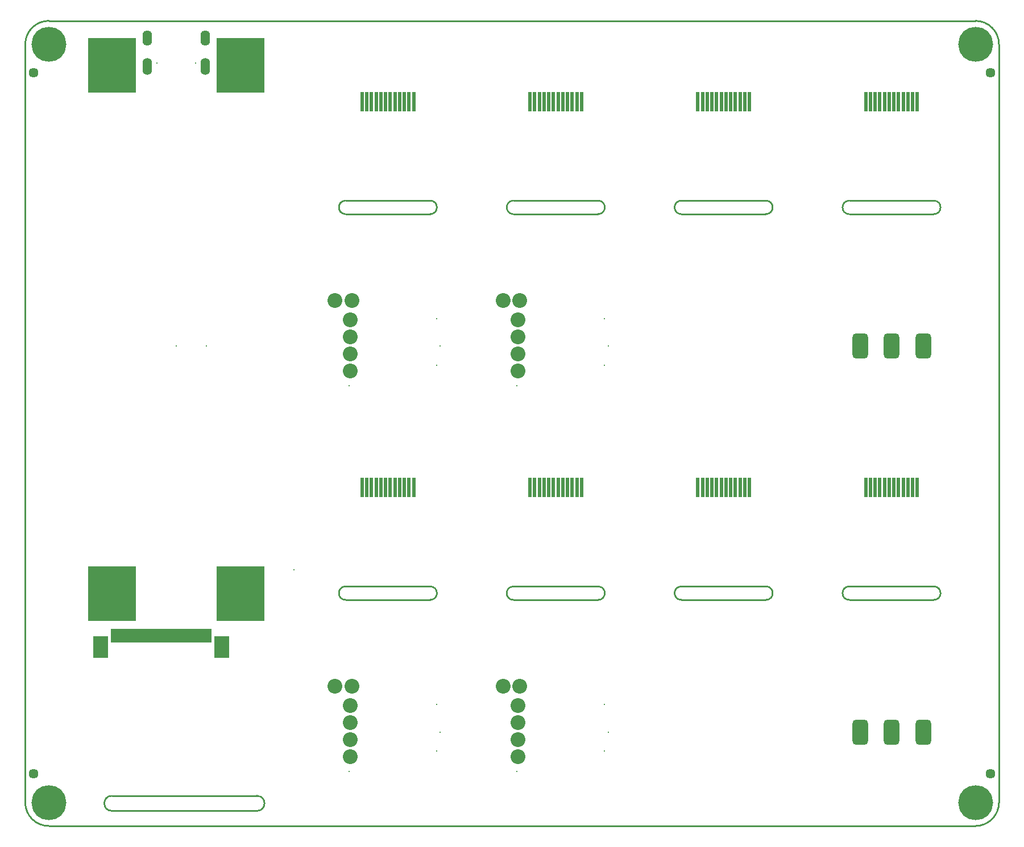
<source format=gbs>
G04*
G04 #@! TF.GenerationSoftware,Altium Limited,Altium Designer,22.2.1 (43)*
G04*
G04 Layer_Color=16711935*
%FSLAX44Y44*%
%MOMM*%
G71*
G04*
G04 #@! TF.SameCoordinates,A4FAE18D-661E-41B9-AA1C-1E8D17E7CC58*
G04*
G04*
G04 #@! TF.FilePolarity,Negative*
G04*
G01*
G75*
%ADD12C,0.2540*%
%ADD111C,0.2032*%
G04:AMPARAMS|DCode=112|XSize=3.8032mm|YSize=2.4032mm|CornerRadius=0.6516mm|HoleSize=0mm|Usage=FLASHONLY|Rotation=90.000|XOffset=0mm|YOffset=0mm|HoleType=Round|Shape=RoundedRectangle|*
%AMROUNDEDRECTD112*
21,1,3.8032,1.1000,0,0,90.0*
21,1,2.5000,2.4032,0,0,90.0*
1,1,1.3032,0.5500,1.2500*
1,1,1.3032,0.5500,-1.2500*
1,1,1.3032,-0.5500,-1.2500*
1,1,1.3032,-0.5500,1.2500*
%
%ADD112ROUNDEDRECTD112*%
%ADD113R,0.2032X0.2032*%
%ADD114C,2.2032*%
%ADD115O,1.4032X2.3032*%
%ADD116O,1.4032X2.5032*%
%ADD117C,1.4480*%
%ADD118C,5.2032*%
%ADD141R,0.5232X2.0032*%
%ADD142R,2.2032X3.2032*%
%ADD143R,0.6032X2.9032*%
%ADD144R,7.2032X8.2032*%
D12*
X-380000Y-577500D02*
G03*
X-380000Y-555000I0J11250D01*
G01*
X-596000D02*
G03*
X-596000Y-577500I0J-11250D01*
G01*
X502000Y-243000D02*
G03*
X502000Y-263000I0J-10000D01*
G01*
X628000D02*
G03*
X628000Y-243000I0J10000D01*
G01*
X378000Y-263000D02*
G03*
X378000Y-243000I0J10000D01*
G01*
X252000D02*
G03*
X252000Y-263000I0J-10000D01*
G01*
X2000Y-243000D02*
G03*
X2000Y-263000I0J-10000D01*
G01*
X128000D02*
G03*
X128000Y-243000I0J10000D01*
G01*
X-122000Y-263000D02*
G03*
X-122000Y-243000I0J10000D01*
G01*
X-248000D02*
G03*
X-248000Y-263000I0J-10000D01*
G01*
X502000Y332000D02*
G03*
X502000Y312000I0J-10000D01*
G01*
X628000D02*
G03*
X628000Y332000I0J10000D01*
G01*
X378000Y312000D02*
G03*
X378000Y332000I0J10000D01*
G01*
X252000D02*
G03*
X252000Y312000I0J-10000D01*
G01*
X2000Y332000D02*
G03*
X2000Y312000I0J-10000D01*
G01*
X128000D02*
G03*
X128000Y332000I0J10000D01*
G01*
X-122000Y312000D02*
G03*
X-122000Y332000I0J10000D01*
G01*
X-248000D02*
G03*
X-248000Y312000I0J-10000D01*
G01*
X690000Y-600000D02*
G03*
X725000Y-565000I0J35000D01*
G01*
X-725000D02*
G03*
X-690000Y-600000I35000J0D01*
G01*
X725000Y565000D02*
G03*
X690000Y600000I-35000J0D01*
G01*
X-690000D02*
G03*
X-725000Y565000I0J-35000D01*
G01*
X-596000Y-577500D02*
X-380000D01*
X-596000Y-555000D02*
X-380000D01*
X502000Y-243000D02*
X628000D01*
X502000Y-263000D02*
X628000D01*
X252000D02*
X378000D01*
X252000Y-243000D02*
X378000D01*
X2000D02*
X128000D01*
X2000Y-263000D02*
X128000D01*
X-248000D02*
X-122000D01*
X-248000Y-243000D02*
X-122000D01*
X502000Y332000D02*
X628000D01*
X502000Y312000D02*
X628000D01*
X252000D02*
X378000D01*
X252000Y332000D02*
X378000D01*
X2000D02*
X128000D01*
X2000Y312000D02*
X128000D01*
X-248000D02*
X-122000D01*
X-248000Y332000D02*
X-122000D01*
X-725000Y-565000D02*
Y565000D01*
X-690000Y-600000D02*
X690000D01*
X725000Y-565000D02*
Y565000D01*
X-690000Y600000D02*
X690000D01*
D111*
X-500000Y115000D02*
D03*
X-455000D02*
D03*
X143000Y-460000D02*
D03*
X7000Y-518750D02*
D03*
X-107000Y-460000D02*
D03*
X-243000Y-518750D02*
D03*
X143000Y115000D02*
D03*
X7000Y56250D02*
D03*
X-107000Y115000D02*
D03*
X-243000Y56250D02*
D03*
X-325000Y-218500D02*
D03*
X-471100Y537200D02*
D03*
X-528900D02*
D03*
D112*
X518000Y-460000D02*
D03*
X565000D02*
D03*
X612000D02*
D03*
X518000Y115000D02*
D03*
X565000D02*
D03*
X612000D02*
D03*
D113*
X137500Y-488500D02*
D03*
Y-418750D02*
D03*
X-112500Y-488500D02*
D03*
Y-418750D02*
D03*
X137500Y86500D02*
D03*
Y156250D02*
D03*
X-112500Y86500D02*
D03*
Y156250D02*
D03*
D114*
X8750Y-420650D02*
D03*
Y-471450D02*
D03*
Y-496850D02*
D03*
X11500Y-391750D02*
D03*
X-13500D02*
D03*
X8750Y-446050D02*
D03*
X-241250Y-420650D02*
D03*
Y-496850D02*
D03*
X-263500Y-391750D02*
D03*
X-238500D02*
D03*
X-241250Y-446050D02*
D03*
Y-471450D02*
D03*
X8750Y154350D02*
D03*
Y128950D02*
D03*
Y103550D02*
D03*
Y78150D02*
D03*
X11500Y183250D02*
D03*
X-13500D02*
D03*
X-241250Y154350D02*
D03*
Y128950D02*
D03*
Y103550D02*
D03*
Y78150D02*
D03*
X-238500Y183250D02*
D03*
X-263500D02*
D03*
D115*
X-543200Y574000D02*
D03*
X-456800D02*
D03*
D116*
X-543200Y532200D02*
D03*
X-456800D02*
D03*
D117*
X-712500Y522500D02*
D03*
X712500D02*
D03*
Y-522500D02*
D03*
X-712500D02*
D03*
D118*
X690000Y-565000D02*
D03*
X-690000D02*
D03*
X690000Y565000D02*
D03*
X-690000D02*
D03*
D141*
X-464850Y-316000D02*
D03*
X-524850D02*
D03*
X-504850D02*
D03*
X-484850D02*
D03*
X-549850D02*
D03*
X-569850D02*
D03*
X-589850D02*
D03*
X-459850D02*
D03*
X-449850D02*
D03*
X-454850D02*
D03*
X-474850D02*
D03*
X-479850D02*
D03*
X-469850D02*
D03*
X-489850D02*
D03*
X-494850D02*
D03*
X-499850D02*
D03*
X-509850D02*
D03*
X-514850D02*
D03*
X-519850D02*
D03*
X-529850D02*
D03*
X-534850D02*
D03*
X-539850D02*
D03*
X-544850D02*
D03*
X-554850D02*
D03*
X-559850D02*
D03*
X-564850D02*
D03*
X-574850D02*
D03*
X-579850D02*
D03*
X-584850D02*
D03*
X-594850D02*
D03*
D142*
X-612700Y-333500D02*
D03*
X-432000D02*
D03*
D143*
X568500Y-95200D02*
D03*
X575500D02*
D03*
X582500D02*
D03*
X589500D02*
D03*
X596500D02*
D03*
X603500D02*
D03*
X561500D02*
D03*
X554500D02*
D03*
X547500D02*
D03*
X540500D02*
D03*
X533500D02*
D03*
X526500D02*
D03*
X276500D02*
D03*
X283500D02*
D03*
X290500D02*
D03*
X297500D02*
D03*
X304500D02*
D03*
X311500D02*
D03*
X353500D02*
D03*
X346500D02*
D03*
X339500D02*
D03*
X332500D02*
D03*
X325500D02*
D03*
X318500D02*
D03*
X68500D02*
D03*
X75500D02*
D03*
X82500D02*
D03*
X89500D02*
D03*
X96500D02*
D03*
X103500D02*
D03*
X61500D02*
D03*
X54500D02*
D03*
X47500D02*
D03*
X40500D02*
D03*
X33500D02*
D03*
X26500D02*
D03*
X-223500D02*
D03*
X-216500D02*
D03*
X-209500D02*
D03*
X-202500D02*
D03*
X-195500D02*
D03*
X-188500D02*
D03*
X-146500D02*
D03*
X-153500D02*
D03*
X-160500D02*
D03*
X-167500D02*
D03*
X-174500D02*
D03*
X-181500D02*
D03*
X568500Y479800D02*
D03*
X575500D02*
D03*
X582500D02*
D03*
X589500D02*
D03*
X596500D02*
D03*
X603500D02*
D03*
X561500D02*
D03*
X554500D02*
D03*
X547500D02*
D03*
X540500D02*
D03*
X533500D02*
D03*
X526500D02*
D03*
X276500D02*
D03*
X283500D02*
D03*
X290500D02*
D03*
X297500D02*
D03*
X304500D02*
D03*
X311500D02*
D03*
X353500D02*
D03*
X346500D02*
D03*
X339500D02*
D03*
X332500D02*
D03*
X325500D02*
D03*
X318500D02*
D03*
X68500D02*
D03*
X75500D02*
D03*
X82500D02*
D03*
X89500D02*
D03*
X96500D02*
D03*
X103500D02*
D03*
X61500D02*
D03*
X54500D02*
D03*
X47500D02*
D03*
X40500D02*
D03*
X33500D02*
D03*
X26500D02*
D03*
X-223500D02*
D03*
X-216500D02*
D03*
X-209500D02*
D03*
X-202500D02*
D03*
X-195500D02*
D03*
X-188500D02*
D03*
X-146500D02*
D03*
X-153500D02*
D03*
X-160500D02*
D03*
X-167500D02*
D03*
X-174500D02*
D03*
X-181500D02*
D03*
D144*
X-595500Y-253500D02*
D03*
X-404500D02*
D03*
X-595500Y533500D02*
D03*
X-404500D02*
D03*
M02*

</source>
